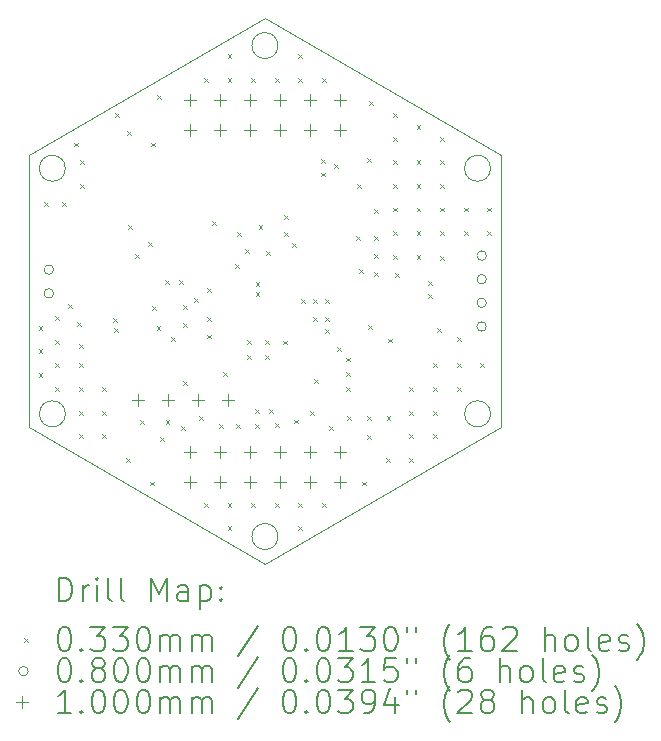
<source format=gbr>
%TF.GenerationSoftware,KiCad,Pcbnew,7.0.5*%
%TF.CreationDate,2024-01-17T11:16:11-05:00*%
%TF.ProjectId,MCU,4d43552e-6b69-4636-9164-5f7063625858,rev?*%
%TF.SameCoordinates,Original*%
%TF.FileFunction,Drillmap*%
%TF.FilePolarity,Positive*%
%FSLAX45Y45*%
G04 Gerber Fmt 4.5, Leading zero omitted, Abs format (unit mm)*
G04 Created by KiCad (PCBNEW 7.0.5) date 2024-01-17 11:16:11*
%MOMM*%
%LPD*%
G01*
G04 APERTURE LIST*
%ADD10C,0.100000*%
%ADD11C,0.200000*%
%ADD12C,0.033020*%
%ADD13C,0.080000*%
G04 APERTURE END LIST*
D10*
X13016000Y-8855761D02*
X13016000Y-11165162D01*
X16926000Y-11049692D02*
G75*
G03*
X16926000Y-11049692I-110000J0D01*
G01*
X13016000Y-11165162D02*
X15016000Y-12319862D01*
X16926000Y-8971231D02*
G75*
G03*
X16926000Y-8971231I-110000J0D01*
G01*
X13326000Y-8971231D02*
G75*
G03*
X13326000Y-8971231I-110000J0D01*
G01*
X15016000Y-7701060D02*
X13016000Y-8855761D01*
X17016000Y-8855761D02*
X15016000Y-7701060D01*
X15126000Y-7932000D02*
G75*
G03*
X15126000Y-7932000I-110000J0D01*
G01*
X15126000Y-12088922D02*
G75*
G03*
X15126000Y-12088922I-110000J0D01*
G01*
X17016000Y-11165162D02*
X17016000Y-8855761D01*
X15016000Y-12319862D02*
X17016000Y-11165162D01*
X13326000Y-11049692D02*
G75*
G03*
X13326000Y-11049692I-110000J0D01*
G01*
D11*
D12*
X13099490Y-10303352D02*
X13132510Y-10336372D01*
X13132510Y-10303352D02*
X13099490Y-10336372D01*
X13099490Y-10503352D02*
X13132510Y-10536372D01*
X13132510Y-10503352D02*
X13099490Y-10536372D01*
X13099490Y-10703352D02*
X13132510Y-10736372D01*
X13132510Y-10703352D02*
X13099490Y-10736372D01*
X13149490Y-9253352D02*
X13182510Y-9286372D01*
X13182510Y-9253352D02*
X13149490Y-9286372D01*
X13239490Y-10223352D02*
X13272510Y-10256372D01*
X13272510Y-10223352D02*
X13239490Y-10256372D01*
X13239490Y-10423352D02*
X13272510Y-10456372D01*
X13272510Y-10423352D02*
X13239490Y-10456372D01*
X13239490Y-10623352D02*
X13272510Y-10656372D01*
X13272510Y-10623352D02*
X13239490Y-10656372D01*
X13239490Y-10823352D02*
X13272510Y-10856372D01*
X13272510Y-10823352D02*
X13239490Y-10856372D01*
X13299490Y-9253352D02*
X13332510Y-9286372D01*
X13332510Y-9253352D02*
X13299490Y-9286372D01*
X13349490Y-10120352D02*
X13382510Y-10153372D01*
X13382510Y-10120352D02*
X13349490Y-10153372D01*
X13399490Y-8753352D02*
X13432510Y-8786372D01*
X13432510Y-8753352D02*
X13399490Y-8786372D01*
X13424490Y-10275352D02*
X13457510Y-10308372D01*
X13457510Y-10275352D02*
X13424490Y-10308372D01*
X13439490Y-10457352D02*
X13472510Y-10490372D01*
X13472510Y-10457352D02*
X13439490Y-10490372D01*
X13439490Y-10623352D02*
X13472510Y-10656372D01*
X13472510Y-10623352D02*
X13439490Y-10656372D01*
X13439490Y-10823352D02*
X13472510Y-10856372D01*
X13472510Y-10823352D02*
X13439490Y-10856372D01*
X13439490Y-11023352D02*
X13472510Y-11056372D01*
X13472510Y-11023352D02*
X13439490Y-11056372D01*
X13439490Y-11223352D02*
X13472510Y-11256372D01*
X13472510Y-11223352D02*
X13439490Y-11256372D01*
X13449490Y-8903352D02*
X13482510Y-8936372D01*
X13482510Y-8903352D02*
X13449490Y-8936372D01*
X13449490Y-9103352D02*
X13482510Y-9136372D01*
X13482510Y-9103352D02*
X13449490Y-9136372D01*
X13639490Y-10823352D02*
X13672510Y-10856372D01*
X13672510Y-10823352D02*
X13639490Y-10856372D01*
X13639490Y-11023352D02*
X13672510Y-11056372D01*
X13672510Y-11023352D02*
X13639490Y-11056372D01*
X13639490Y-11223352D02*
X13672510Y-11256372D01*
X13672510Y-11223352D02*
X13639490Y-11256372D01*
X13729490Y-10241352D02*
X13762510Y-10274372D01*
X13762510Y-10241352D02*
X13729490Y-10274372D01*
X13740490Y-10325352D02*
X13773510Y-10358372D01*
X13773510Y-10325352D02*
X13740490Y-10358372D01*
X13749490Y-8503352D02*
X13782510Y-8536372D01*
X13782510Y-8503352D02*
X13749490Y-8536372D01*
X13839490Y-11423352D02*
X13872510Y-11456372D01*
X13872510Y-11423352D02*
X13839490Y-11456372D01*
X13849490Y-8653352D02*
X13882510Y-8686372D01*
X13882510Y-8653352D02*
X13849490Y-8686372D01*
X13854490Y-9448352D02*
X13887510Y-9481372D01*
X13887510Y-9448352D02*
X13854490Y-9481372D01*
X13915490Y-9693352D02*
X13948510Y-9726372D01*
X13948510Y-9693352D02*
X13915490Y-9726372D01*
X13958490Y-11105352D02*
X13991510Y-11138372D01*
X13991510Y-11105352D02*
X13958490Y-11138372D01*
X14026490Y-9594352D02*
X14059510Y-9627372D01*
X14059510Y-9594352D02*
X14026490Y-9627372D01*
X14039490Y-11623352D02*
X14072510Y-11656372D01*
X14072510Y-11623352D02*
X14039490Y-11656372D01*
X14049490Y-8753352D02*
X14082510Y-8786372D01*
X14082510Y-8753352D02*
X14049490Y-8786372D01*
X14062490Y-10134352D02*
X14095510Y-10167372D01*
X14095510Y-10134352D02*
X14062490Y-10167372D01*
X14098490Y-10308352D02*
X14131510Y-10341372D01*
X14131510Y-10308352D02*
X14098490Y-10341372D01*
X14099490Y-8353352D02*
X14132510Y-8386372D01*
X14132510Y-8353352D02*
X14099490Y-8386372D01*
X14125490Y-11248352D02*
X14158510Y-11281372D01*
X14158510Y-11248352D02*
X14125490Y-11281372D01*
X14168740Y-9920352D02*
X14201760Y-9953372D01*
X14201760Y-9920352D02*
X14168740Y-9953372D01*
X14174490Y-11105352D02*
X14207510Y-11138372D01*
X14207510Y-11105352D02*
X14174490Y-11138372D01*
X14218740Y-10399352D02*
X14251760Y-10432372D01*
X14251760Y-10399352D02*
X14218740Y-10432372D01*
X14288240Y-9920352D02*
X14321260Y-9953372D01*
X14321260Y-9920352D02*
X14288240Y-9953372D01*
X14308490Y-11150352D02*
X14341510Y-11183372D01*
X14341510Y-11150352D02*
X14308490Y-11183372D01*
X14320490Y-10773352D02*
X14353510Y-10806372D01*
X14353510Y-10773352D02*
X14320490Y-10806372D01*
X14324490Y-10128352D02*
X14357510Y-10161372D01*
X14357510Y-10128352D02*
X14324490Y-10161372D01*
X14324490Y-10278352D02*
X14357510Y-10311372D01*
X14357510Y-10278352D02*
X14324490Y-10311372D01*
X14418490Y-10071352D02*
X14451510Y-10104372D01*
X14451510Y-10071352D02*
X14418490Y-10104372D01*
X14461490Y-11071352D02*
X14494510Y-11104372D01*
X14494510Y-11071352D02*
X14461490Y-11104372D01*
X14499490Y-8203352D02*
X14532510Y-8236372D01*
X14532510Y-8203352D02*
X14499490Y-8236372D01*
X14499490Y-11803352D02*
X14532510Y-11836372D01*
X14532510Y-11803352D02*
X14499490Y-11836372D01*
X14524490Y-10228352D02*
X14557510Y-10261372D01*
X14557510Y-10228352D02*
X14524490Y-10261372D01*
X14524490Y-10378352D02*
X14557510Y-10411372D01*
X14557510Y-10378352D02*
X14524490Y-10411372D01*
X14527490Y-9983352D02*
X14560510Y-10016372D01*
X14560510Y-9983352D02*
X14527490Y-10016372D01*
X14567490Y-9416352D02*
X14600510Y-9449372D01*
X14600510Y-9416352D02*
X14567490Y-9449372D01*
X14628490Y-11133352D02*
X14661510Y-11166372D01*
X14661510Y-11133352D02*
X14628490Y-11166372D01*
X14664490Y-10698352D02*
X14697510Y-10731372D01*
X14697510Y-10698352D02*
X14664490Y-10731372D01*
X14699490Y-8003352D02*
X14732510Y-8036372D01*
X14732510Y-8003352D02*
X14699490Y-8036372D01*
X14699490Y-8203352D02*
X14732510Y-8236372D01*
X14732510Y-8203352D02*
X14699490Y-8236372D01*
X14699490Y-11803352D02*
X14732510Y-11836372D01*
X14732510Y-11803352D02*
X14699490Y-11836372D01*
X14699490Y-12003352D02*
X14732510Y-12036372D01*
X14732510Y-12003352D02*
X14699490Y-12036372D01*
X14765740Y-9780352D02*
X14798760Y-9813372D01*
X14798760Y-9780352D02*
X14765740Y-9813372D01*
X14770490Y-11133352D02*
X14803510Y-11166372D01*
X14803510Y-11133352D02*
X14770490Y-11166372D01*
X14782490Y-9509352D02*
X14815510Y-9542372D01*
X14815510Y-9509352D02*
X14782490Y-9542372D01*
X14849490Y-9653352D02*
X14882510Y-9686372D01*
X14882510Y-9653352D02*
X14849490Y-9686372D01*
X14867490Y-10428352D02*
X14900510Y-10461372D01*
X14900510Y-10428352D02*
X14867490Y-10461372D01*
X14867490Y-10553352D02*
X14900510Y-10586372D01*
X14900510Y-10553352D02*
X14867490Y-10586372D01*
X14899490Y-8203352D02*
X14932510Y-8236372D01*
X14932510Y-8203352D02*
X14899490Y-8236372D01*
X14899490Y-11803352D02*
X14932510Y-11836372D01*
X14932510Y-11803352D02*
X14899490Y-11836372D01*
X14934490Y-11010352D02*
X14967510Y-11043372D01*
X14967510Y-11010352D02*
X14934490Y-11043372D01*
X14935490Y-11137352D02*
X14968510Y-11170372D01*
X14968510Y-11137352D02*
X14935490Y-11170372D01*
X14936490Y-9931352D02*
X14969510Y-9964372D01*
X14969510Y-9931352D02*
X14936490Y-9964372D01*
X14936490Y-10019352D02*
X14969510Y-10052372D01*
X14969510Y-10019352D02*
X14936490Y-10052372D01*
X14961490Y-9449352D02*
X14994510Y-9482372D01*
X14994510Y-9449352D02*
X14961490Y-9482372D01*
X15016490Y-10428352D02*
X15049510Y-10461372D01*
X15049510Y-10428352D02*
X15016490Y-10461372D01*
X15016490Y-10553352D02*
X15049510Y-10586372D01*
X15049510Y-10553352D02*
X15016490Y-10586372D01*
X15028490Y-9669352D02*
X15061510Y-9702372D01*
X15061510Y-9669352D02*
X15028490Y-9702372D01*
X15049490Y-11012352D02*
X15082510Y-11045372D01*
X15082510Y-11012352D02*
X15049490Y-11045372D01*
X15099490Y-8203352D02*
X15132510Y-8236372D01*
X15132510Y-8203352D02*
X15099490Y-8236372D01*
X15099490Y-11129352D02*
X15132510Y-11162372D01*
X15132510Y-11129352D02*
X15099490Y-11162372D01*
X15099490Y-11803352D02*
X15132510Y-11836372D01*
X15132510Y-11803352D02*
X15099490Y-11836372D01*
X15168490Y-10429352D02*
X15201510Y-10462372D01*
X15201510Y-10429352D02*
X15168490Y-10462372D01*
X15179490Y-9367352D02*
X15212510Y-9400372D01*
X15212510Y-9367352D02*
X15179490Y-9400372D01*
X15179490Y-9513352D02*
X15212510Y-9546372D01*
X15212510Y-9513352D02*
X15179490Y-9546372D01*
X15246490Y-9604352D02*
X15279510Y-9637372D01*
X15279510Y-9604352D02*
X15246490Y-9637372D01*
X15264490Y-11098352D02*
X15297510Y-11131372D01*
X15297510Y-11098352D02*
X15264490Y-11131372D01*
X15298920Y-8003352D02*
X15331940Y-8036372D01*
X15331940Y-8003352D02*
X15298920Y-8036372D01*
X15299490Y-8203352D02*
X15332510Y-8236372D01*
X15332510Y-8203352D02*
X15299490Y-8236372D01*
X15299490Y-11803352D02*
X15332510Y-11836372D01*
X15332510Y-11803352D02*
X15299490Y-11836372D01*
X15299490Y-12003352D02*
X15332510Y-12036372D01*
X15332510Y-12003352D02*
X15299490Y-12036372D01*
X15324490Y-10078352D02*
X15357510Y-10111372D01*
X15357510Y-10078352D02*
X15324490Y-10111372D01*
X15400490Y-11023352D02*
X15433510Y-11056372D01*
X15433510Y-11023352D02*
X15400490Y-11056372D01*
X15424490Y-10078352D02*
X15457510Y-10111372D01*
X15457510Y-10078352D02*
X15424490Y-10111372D01*
X15424490Y-10228352D02*
X15457510Y-10261372D01*
X15457510Y-10228352D02*
X15424490Y-10261372D01*
X15429490Y-10753352D02*
X15462510Y-10786372D01*
X15462510Y-10753352D02*
X15429490Y-10786372D01*
X15491490Y-8893352D02*
X15524510Y-8926372D01*
X15524510Y-8893352D02*
X15491490Y-8926372D01*
X15492490Y-9007102D02*
X15525510Y-9040122D01*
X15525510Y-9007102D02*
X15492490Y-9040122D01*
X15499490Y-8203352D02*
X15532510Y-8236372D01*
X15532510Y-8203352D02*
X15499490Y-8236372D01*
X15499490Y-11803352D02*
X15532510Y-11836372D01*
X15532510Y-11803352D02*
X15499490Y-11836372D01*
X15524490Y-10078352D02*
X15557510Y-10111372D01*
X15557510Y-10078352D02*
X15524490Y-10111372D01*
X15524490Y-10228352D02*
X15557510Y-10261372D01*
X15557510Y-10228352D02*
X15524490Y-10261372D01*
X15524490Y-10328352D02*
X15557510Y-10361372D01*
X15557510Y-10328352D02*
X15524490Y-10361372D01*
X15556490Y-11154352D02*
X15589510Y-11187372D01*
X15589510Y-11154352D02*
X15556490Y-11187372D01*
X15599490Y-8937352D02*
X15632510Y-8970372D01*
X15632510Y-8937352D02*
X15599490Y-8970372D01*
X15625490Y-10487352D02*
X15658510Y-10520372D01*
X15658510Y-10487352D02*
X15625490Y-10520372D01*
X15699490Y-10573352D02*
X15732510Y-10606372D01*
X15732510Y-10573352D02*
X15699490Y-10606372D01*
X15699490Y-10698352D02*
X15732510Y-10731372D01*
X15732510Y-10698352D02*
X15699490Y-10731372D01*
X15699490Y-10823352D02*
X15732510Y-10856372D01*
X15732510Y-10823352D02*
X15699490Y-10856372D01*
X15711490Y-11070352D02*
X15744510Y-11103372D01*
X15744510Y-11070352D02*
X15711490Y-11103372D01*
X15789490Y-9548352D02*
X15822510Y-9581372D01*
X15822510Y-9548352D02*
X15789490Y-9581372D01*
X15799490Y-9103352D02*
X15832510Y-9136372D01*
X15832510Y-9103352D02*
X15799490Y-9136372D01*
X15814490Y-9823352D02*
X15847510Y-9856372D01*
X15847510Y-9823352D02*
X15814490Y-9856372D01*
X15839490Y-11623352D02*
X15872510Y-11656372D01*
X15872510Y-11623352D02*
X15839490Y-11656372D01*
X15881490Y-8886352D02*
X15914510Y-8919372D01*
X15914510Y-8886352D02*
X15881490Y-8919372D01*
X15882490Y-11069352D02*
X15915510Y-11102372D01*
X15915510Y-11069352D02*
X15882490Y-11102372D01*
X15882490Y-11232352D02*
X15915510Y-11265372D01*
X15915510Y-11232352D02*
X15882490Y-11265372D01*
X15887490Y-10297352D02*
X15920510Y-10330372D01*
X15920510Y-10297352D02*
X15887490Y-10330372D01*
X15899490Y-8403352D02*
X15932510Y-8436372D01*
X15932510Y-8403352D02*
X15899490Y-8436372D01*
X15939490Y-9548352D02*
X15972510Y-9581372D01*
X15972510Y-9548352D02*
X15939490Y-9581372D01*
X15939490Y-9698352D02*
X15972510Y-9731372D01*
X15972510Y-9698352D02*
X15939490Y-9731372D01*
X15939490Y-9848352D02*
X15972510Y-9881372D01*
X15972510Y-9848352D02*
X15939490Y-9881372D01*
X15943490Y-9314352D02*
X15976510Y-9347372D01*
X15976510Y-9314352D02*
X15943490Y-9347372D01*
X16039490Y-11423352D02*
X16072510Y-11456372D01*
X16072510Y-11423352D02*
X16039490Y-11456372D01*
X16045490Y-11069352D02*
X16078510Y-11102372D01*
X16078510Y-11069352D02*
X16045490Y-11102372D01*
X16056490Y-10412352D02*
X16089510Y-10445372D01*
X16089510Y-10412352D02*
X16056490Y-10445372D01*
X16099490Y-8503352D02*
X16132510Y-8536372D01*
X16132510Y-8503352D02*
X16099490Y-8536372D01*
X16099490Y-8703352D02*
X16132510Y-8736372D01*
X16132510Y-8703352D02*
X16099490Y-8736372D01*
X16099490Y-8903352D02*
X16132510Y-8936372D01*
X16132510Y-8903352D02*
X16099490Y-8936372D01*
X16099490Y-9103352D02*
X16132510Y-9136372D01*
X16132510Y-9103352D02*
X16099490Y-9136372D01*
X16099490Y-9303352D02*
X16132510Y-9336372D01*
X16132510Y-9303352D02*
X16099490Y-9336372D01*
X16099490Y-9503352D02*
X16132510Y-9536372D01*
X16132510Y-9503352D02*
X16099490Y-9536372D01*
X16099490Y-9703352D02*
X16132510Y-9736372D01*
X16132510Y-9703352D02*
X16099490Y-9736372D01*
X16116490Y-9856352D02*
X16149510Y-9889372D01*
X16149510Y-9856352D02*
X16116490Y-9889372D01*
X16239490Y-10823352D02*
X16272510Y-10856372D01*
X16272510Y-10823352D02*
X16239490Y-10856372D01*
X16239490Y-11023352D02*
X16272510Y-11056372D01*
X16272510Y-11023352D02*
X16239490Y-11056372D01*
X16239490Y-11223352D02*
X16272510Y-11256372D01*
X16272510Y-11223352D02*
X16239490Y-11256372D01*
X16239490Y-11423352D02*
X16272510Y-11456372D01*
X16272510Y-11423352D02*
X16239490Y-11456372D01*
X16299490Y-8603352D02*
X16332510Y-8636372D01*
X16332510Y-8603352D02*
X16299490Y-8636372D01*
X16299490Y-8903352D02*
X16332510Y-8936372D01*
X16332510Y-8903352D02*
X16299490Y-8936372D01*
X16299490Y-9103352D02*
X16332510Y-9136372D01*
X16332510Y-9103352D02*
X16299490Y-9136372D01*
X16299490Y-9303352D02*
X16332510Y-9336372D01*
X16332510Y-9303352D02*
X16299490Y-9336372D01*
X16299490Y-9503352D02*
X16332510Y-9536372D01*
X16332510Y-9503352D02*
X16299490Y-9536372D01*
X16299490Y-9703352D02*
X16332510Y-9736372D01*
X16332510Y-9703352D02*
X16299490Y-9736372D01*
X16399490Y-9927352D02*
X16432510Y-9960372D01*
X16432510Y-9927352D02*
X16399490Y-9960372D01*
X16399490Y-10034352D02*
X16432510Y-10067372D01*
X16432510Y-10034352D02*
X16399490Y-10067372D01*
X16439490Y-10623352D02*
X16472510Y-10656372D01*
X16472510Y-10623352D02*
X16439490Y-10656372D01*
X16439490Y-10823352D02*
X16472510Y-10856372D01*
X16472510Y-10823352D02*
X16439490Y-10856372D01*
X16439490Y-11023352D02*
X16472510Y-11056372D01*
X16472510Y-11023352D02*
X16439490Y-11056372D01*
X16439490Y-11223352D02*
X16472510Y-11256372D01*
X16472510Y-11223352D02*
X16439490Y-11256372D01*
X16473490Y-10326352D02*
X16506510Y-10359372D01*
X16506510Y-10326352D02*
X16473490Y-10359372D01*
X16499490Y-8703352D02*
X16532510Y-8736372D01*
X16532510Y-8703352D02*
X16499490Y-8736372D01*
X16499490Y-8903352D02*
X16532510Y-8936372D01*
X16532510Y-8903352D02*
X16499490Y-8936372D01*
X16499490Y-9103352D02*
X16532510Y-9136372D01*
X16532510Y-9103352D02*
X16499490Y-9136372D01*
X16499490Y-9303352D02*
X16532510Y-9336372D01*
X16532510Y-9303352D02*
X16499490Y-9336372D01*
X16499490Y-9503352D02*
X16532510Y-9536372D01*
X16532510Y-9503352D02*
X16499490Y-9536372D01*
X16499740Y-9713102D02*
X16532760Y-9746122D01*
X16532760Y-9713102D02*
X16499740Y-9746122D01*
X16639490Y-10403352D02*
X16672510Y-10436372D01*
X16672510Y-10403352D02*
X16639490Y-10436372D01*
X16639490Y-10623352D02*
X16672510Y-10656372D01*
X16672510Y-10623352D02*
X16639490Y-10656372D01*
X16639490Y-10823352D02*
X16672510Y-10856372D01*
X16672510Y-10823352D02*
X16639490Y-10856372D01*
X16699490Y-9303352D02*
X16732510Y-9336372D01*
X16732510Y-9303352D02*
X16699490Y-9336372D01*
X16699490Y-9503352D02*
X16732510Y-9536372D01*
X16732510Y-9503352D02*
X16699490Y-9536372D01*
X16839490Y-10623352D02*
X16872510Y-10656372D01*
X16872510Y-10623352D02*
X16839490Y-10656372D01*
X16899490Y-9303352D02*
X16932510Y-9336372D01*
X16932510Y-9303352D02*
X16899490Y-9336372D01*
X16899490Y-9503352D02*
X16932510Y-9536372D01*
X16932510Y-9503352D02*
X16899490Y-9536372D01*
D13*
X13226000Y-9829862D02*
G75*
G03*
X13226000Y-9829862I-40000J0D01*
G01*
X13226000Y-10029862D02*
G75*
G03*
X13226000Y-10029862I-40000J0D01*
G01*
X16891000Y-9710461D02*
G75*
G03*
X16891000Y-9710461I-40000J0D01*
G01*
X16891000Y-9910461D02*
G75*
G03*
X16891000Y-9910461I-40000J0D01*
G01*
X16891000Y-10110461D02*
G75*
G03*
X16891000Y-10110461I-40000J0D01*
G01*
X16891000Y-10310461D02*
G75*
G03*
X16891000Y-10310461I-40000J0D01*
G01*
D10*
X13944000Y-10885862D02*
X13944000Y-10985862D01*
X13894000Y-10935862D02*
X13994000Y-10935862D01*
X14198000Y-10885862D02*
X14198000Y-10985862D01*
X14148000Y-10935862D02*
X14248000Y-10935862D01*
X14381000Y-8342560D02*
X14381000Y-8442560D01*
X14331000Y-8392560D02*
X14431000Y-8392560D01*
X14381000Y-8596560D02*
X14381000Y-8696560D01*
X14331000Y-8646560D02*
X14431000Y-8646560D01*
X14381000Y-11324362D02*
X14381000Y-11424362D01*
X14331000Y-11374362D02*
X14431000Y-11374362D01*
X14381000Y-11578362D02*
X14381000Y-11678362D01*
X14331000Y-11628362D02*
X14431000Y-11628362D01*
X14452000Y-10885862D02*
X14452000Y-10985862D01*
X14402000Y-10935862D02*
X14502000Y-10935862D01*
X14635000Y-8342560D02*
X14635000Y-8442560D01*
X14585000Y-8392560D02*
X14685000Y-8392560D01*
X14635000Y-8596560D02*
X14635000Y-8696560D01*
X14585000Y-8646560D02*
X14685000Y-8646560D01*
X14635000Y-11324362D02*
X14635000Y-11424362D01*
X14585000Y-11374362D02*
X14685000Y-11374362D01*
X14635000Y-11578362D02*
X14635000Y-11678362D01*
X14585000Y-11628362D02*
X14685000Y-11628362D01*
X14706000Y-10885862D02*
X14706000Y-10985862D01*
X14656000Y-10935862D02*
X14756000Y-10935862D01*
X14889000Y-8342560D02*
X14889000Y-8442560D01*
X14839000Y-8392560D02*
X14939000Y-8392560D01*
X14889000Y-8596560D02*
X14889000Y-8696560D01*
X14839000Y-8646560D02*
X14939000Y-8646560D01*
X14889000Y-11324362D02*
X14889000Y-11424362D01*
X14839000Y-11374362D02*
X14939000Y-11374362D01*
X14889000Y-11578362D02*
X14889000Y-11678362D01*
X14839000Y-11628362D02*
X14939000Y-11628362D01*
X15143000Y-8342560D02*
X15143000Y-8442560D01*
X15093000Y-8392560D02*
X15193000Y-8392560D01*
X15143000Y-8596560D02*
X15143000Y-8696560D01*
X15093000Y-8646560D02*
X15193000Y-8646560D01*
X15143000Y-11324362D02*
X15143000Y-11424362D01*
X15093000Y-11374362D02*
X15193000Y-11374362D01*
X15143000Y-11578362D02*
X15143000Y-11678362D01*
X15093000Y-11628362D02*
X15193000Y-11628362D01*
X15397000Y-8342560D02*
X15397000Y-8442560D01*
X15347000Y-8392560D02*
X15447000Y-8392560D01*
X15397000Y-8596560D02*
X15397000Y-8696560D01*
X15347000Y-8646560D02*
X15447000Y-8646560D01*
X15397000Y-11324362D02*
X15397000Y-11424362D01*
X15347000Y-11374362D02*
X15447000Y-11374362D01*
X15397000Y-11578362D02*
X15397000Y-11678362D01*
X15347000Y-11628362D02*
X15447000Y-11628362D01*
X15651000Y-8342560D02*
X15651000Y-8442560D01*
X15601000Y-8392560D02*
X15701000Y-8392560D01*
X15651000Y-8596560D02*
X15651000Y-8696560D01*
X15601000Y-8646560D02*
X15701000Y-8646560D01*
X15651000Y-11324362D02*
X15651000Y-11424362D01*
X15601000Y-11374362D02*
X15701000Y-11374362D01*
X15651000Y-11578362D02*
X15651000Y-11678362D01*
X15601000Y-11628362D02*
X15701000Y-11628362D01*
D11*
X13271777Y-12636346D02*
X13271777Y-12436346D01*
X13271777Y-12436346D02*
X13319396Y-12436346D01*
X13319396Y-12436346D02*
X13347967Y-12445870D01*
X13347967Y-12445870D02*
X13367015Y-12464917D01*
X13367015Y-12464917D02*
X13376539Y-12483965D01*
X13376539Y-12483965D02*
X13386062Y-12522060D01*
X13386062Y-12522060D02*
X13386062Y-12550632D01*
X13386062Y-12550632D02*
X13376539Y-12588727D01*
X13376539Y-12588727D02*
X13367015Y-12607774D01*
X13367015Y-12607774D02*
X13347967Y-12626822D01*
X13347967Y-12626822D02*
X13319396Y-12636346D01*
X13319396Y-12636346D02*
X13271777Y-12636346D01*
X13471777Y-12636346D02*
X13471777Y-12503012D01*
X13471777Y-12541108D02*
X13481301Y-12522060D01*
X13481301Y-12522060D02*
X13490824Y-12512536D01*
X13490824Y-12512536D02*
X13509872Y-12503012D01*
X13509872Y-12503012D02*
X13528920Y-12503012D01*
X13595586Y-12636346D02*
X13595586Y-12503012D01*
X13595586Y-12436346D02*
X13586062Y-12445870D01*
X13586062Y-12445870D02*
X13595586Y-12455393D01*
X13595586Y-12455393D02*
X13605110Y-12445870D01*
X13605110Y-12445870D02*
X13595586Y-12436346D01*
X13595586Y-12436346D02*
X13595586Y-12455393D01*
X13719396Y-12636346D02*
X13700348Y-12626822D01*
X13700348Y-12626822D02*
X13690824Y-12607774D01*
X13690824Y-12607774D02*
X13690824Y-12436346D01*
X13824158Y-12636346D02*
X13805110Y-12626822D01*
X13805110Y-12626822D02*
X13795586Y-12607774D01*
X13795586Y-12607774D02*
X13795586Y-12436346D01*
X14052729Y-12636346D02*
X14052729Y-12436346D01*
X14052729Y-12436346D02*
X14119396Y-12579203D01*
X14119396Y-12579203D02*
X14186062Y-12436346D01*
X14186062Y-12436346D02*
X14186062Y-12636346D01*
X14367015Y-12636346D02*
X14367015Y-12531584D01*
X14367015Y-12531584D02*
X14357491Y-12512536D01*
X14357491Y-12512536D02*
X14338443Y-12503012D01*
X14338443Y-12503012D02*
X14300348Y-12503012D01*
X14300348Y-12503012D02*
X14281301Y-12512536D01*
X14367015Y-12626822D02*
X14347967Y-12636346D01*
X14347967Y-12636346D02*
X14300348Y-12636346D01*
X14300348Y-12636346D02*
X14281301Y-12626822D01*
X14281301Y-12626822D02*
X14271777Y-12607774D01*
X14271777Y-12607774D02*
X14271777Y-12588727D01*
X14271777Y-12588727D02*
X14281301Y-12569679D01*
X14281301Y-12569679D02*
X14300348Y-12560155D01*
X14300348Y-12560155D02*
X14347967Y-12560155D01*
X14347967Y-12560155D02*
X14367015Y-12550632D01*
X14462253Y-12503012D02*
X14462253Y-12703012D01*
X14462253Y-12512536D02*
X14481301Y-12503012D01*
X14481301Y-12503012D02*
X14519396Y-12503012D01*
X14519396Y-12503012D02*
X14538443Y-12512536D01*
X14538443Y-12512536D02*
X14547967Y-12522060D01*
X14547967Y-12522060D02*
X14557491Y-12541108D01*
X14557491Y-12541108D02*
X14557491Y-12598251D01*
X14557491Y-12598251D02*
X14547967Y-12617298D01*
X14547967Y-12617298D02*
X14538443Y-12626822D01*
X14538443Y-12626822D02*
X14519396Y-12636346D01*
X14519396Y-12636346D02*
X14481301Y-12636346D01*
X14481301Y-12636346D02*
X14462253Y-12626822D01*
X14643205Y-12617298D02*
X14652729Y-12626822D01*
X14652729Y-12626822D02*
X14643205Y-12636346D01*
X14643205Y-12636346D02*
X14633682Y-12626822D01*
X14633682Y-12626822D02*
X14643205Y-12617298D01*
X14643205Y-12617298D02*
X14643205Y-12636346D01*
X14643205Y-12512536D02*
X14652729Y-12522060D01*
X14652729Y-12522060D02*
X14643205Y-12531584D01*
X14643205Y-12531584D02*
X14633682Y-12522060D01*
X14633682Y-12522060D02*
X14643205Y-12512536D01*
X14643205Y-12512536D02*
X14643205Y-12531584D01*
D12*
X12977980Y-12948352D02*
X13011000Y-12981372D01*
X13011000Y-12948352D02*
X12977980Y-12981372D01*
D11*
X13309872Y-12856346D02*
X13328920Y-12856346D01*
X13328920Y-12856346D02*
X13347967Y-12865870D01*
X13347967Y-12865870D02*
X13357491Y-12875393D01*
X13357491Y-12875393D02*
X13367015Y-12894441D01*
X13367015Y-12894441D02*
X13376539Y-12932536D01*
X13376539Y-12932536D02*
X13376539Y-12980155D01*
X13376539Y-12980155D02*
X13367015Y-13018251D01*
X13367015Y-13018251D02*
X13357491Y-13037298D01*
X13357491Y-13037298D02*
X13347967Y-13046822D01*
X13347967Y-13046822D02*
X13328920Y-13056346D01*
X13328920Y-13056346D02*
X13309872Y-13056346D01*
X13309872Y-13056346D02*
X13290824Y-13046822D01*
X13290824Y-13046822D02*
X13281301Y-13037298D01*
X13281301Y-13037298D02*
X13271777Y-13018251D01*
X13271777Y-13018251D02*
X13262253Y-12980155D01*
X13262253Y-12980155D02*
X13262253Y-12932536D01*
X13262253Y-12932536D02*
X13271777Y-12894441D01*
X13271777Y-12894441D02*
X13281301Y-12875393D01*
X13281301Y-12875393D02*
X13290824Y-12865870D01*
X13290824Y-12865870D02*
X13309872Y-12856346D01*
X13462253Y-13037298D02*
X13471777Y-13046822D01*
X13471777Y-13046822D02*
X13462253Y-13056346D01*
X13462253Y-13056346D02*
X13452729Y-13046822D01*
X13452729Y-13046822D02*
X13462253Y-13037298D01*
X13462253Y-13037298D02*
X13462253Y-13056346D01*
X13538443Y-12856346D02*
X13662253Y-12856346D01*
X13662253Y-12856346D02*
X13595586Y-12932536D01*
X13595586Y-12932536D02*
X13624158Y-12932536D01*
X13624158Y-12932536D02*
X13643205Y-12942060D01*
X13643205Y-12942060D02*
X13652729Y-12951584D01*
X13652729Y-12951584D02*
X13662253Y-12970632D01*
X13662253Y-12970632D02*
X13662253Y-13018251D01*
X13662253Y-13018251D02*
X13652729Y-13037298D01*
X13652729Y-13037298D02*
X13643205Y-13046822D01*
X13643205Y-13046822D02*
X13624158Y-13056346D01*
X13624158Y-13056346D02*
X13567015Y-13056346D01*
X13567015Y-13056346D02*
X13547967Y-13046822D01*
X13547967Y-13046822D02*
X13538443Y-13037298D01*
X13728920Y-12856346D02*
X13852729Y-12856346D01*
X13852729Y-12856346D02*
X13786062Y-12932536D01*
X13786062Y-12932536D02*
X13814634Y-12932536D01*
X13814634Y-12932536D02*
X13833682Y-12942060D01*
X13833682Y-12942060D02*
X13843205Y-12951584D01*
X13843205Y-12951584D02*
X13852729Y-12970632D01*
X13852729Y-12970632D02*
X13852729Y-13018251D01*
X13852729Y-13018251D02*
X13843205Y-13037298D01*
X13843205Y-13037298D02*
X13833682Y-13046822D01*
X13833682Y-13046822D02*
X13814634Y-13056346D01*
X13814634Y-13056346D02*
X13757491Y-13056346D01*
X13757491Y-13056346D02*
X13738443Y-13046822D01*
X13738443Y-13046822D02*
X13728920Y-13037298D01*
X13976539Y-12856346D02*
X13995586Y-12856346D01*
X13995586Y-12856346D02*
X14014634Y-12865870D01*
X14014634Y-12865870D02*
X14024158Y-12875393D01*
X14024158Y-12875393D02*
X14033682Y-12894441D01*
X14033682Y-12894441D02*
X14043205Y-12932536D01*
X14043205Y-12932536D02*
X14043205Y-12980155D01*
X14043205Y-12980155D02*
X14033682Y-13018251D01*
X14033682Y-13018251D02*
X14024158Y-13037298D01*
X14024158Y-13037298D02*
X14014634Y-13046822D01*
X14014634Y-13046822D02*
X13995586Y-13056346D01*
X13995586Y-13056346D02*
X13976539Y-13056346D01*
X13976539Y-13056346D02*
X13957491Y-13046822D01*
X13957491Y-13046822D02*
X13947967Y-13037298D01*
X13947967Y-13037298D02*
X13938443Y-13018251D01*
X13938443Y-13018251D02*
X13928920Y-12980155D01*
X13928920Y-12980155D02*
X13928920Y-12932536D01*
X13928920Y-12932536D02*
X13938443Y-12894441D01*
X13938443Y-12894441D02*
X13947967Y-12875393D01*
X13947967Y-12875393D02*
X13957491Y-12865870D01*
X13957491Y-12865870D02*
X13976539Y-12856346D01*
X14128920Y-13056346D02*
X14128920Y-12923012D01*
X14128920Y-12942060D02*
X14138443Y-12932536D01*
X14138443Y-12932536D02*
X14157491Y-12923012D01*
X14157491Y-12923012D02*
X14186063Y-12923012D01*
X14186063Y-12923012D02*
X14205110Y-12932536D01*
X14205110Y-12932536D02*
X14214634Y-12951584D01*
X14214634Y-12951584D02*
X14214634Y-13056346D01*
X14214634Y-12951584D02*
X14224158Y-12932536D01*
X14224158Y-12932536D02*
X14243205Y-12923012D01*
X14243205Y-12923012D02*
X14271777Y-12923012D01*
X14271777Y-12923012D02*
X14290824Y-12932536D01*
X14290824Y-12932536D02*
X14300348Y-12951584D01*
X14300348Y-12951584D02*
X14300348Y-13056346D01*
X14395586Y-13056346D02*
X14395586Y-12923012D01*
X14395586Y-12942060D02*
X14405110Y-12932536D01*
X14405110Y-12932536D02*
X14424158Y-12923012D01*
X14424158Y-12923012D02*
X14452729Y-12923012D01*
X14452729Y-12923012D02*
X14471777Y-12932536D01*
X14471777Y-12932536D02*
X14481301Y-12951584D01*
X14481301Y-12951584D02*
X14481301Y-13056346D01*
X14481301Y-12951584D02*
X14490824Y-12932536D01*
X14490824Y-12932536D02*
X14509872Y-12923012D01*
X14509872Y-12923012D02*
X14538443Y-12923012D01*
X14538443Y-12923012D02*
X14557491Y-12932536D01*
X14557491Y-12932536D02*
X14567015Y-12951584D01*
X14567015Y-12951584D02*
X14567015Y-13056346D01*
X14957491Y-12846822D02*
X14786063Y-13103965D01*
X15214634Y-12856346D02*
X15233682Y-12856346D01*
X15233682Y-12856346D02*
X15252729Y-12865870D01*
X15252729Y-12865870D02*
X15262253Y-12875393D01*
X15262253Y-12875393D02*
X15271777Y-12894441D01*
X15271777Y-12894441D02*
X15281301Y-12932536D01*
X15281301Y-12932536D02*
X15281301Y-12980155D01*
X15281301Y-12980155D02*
X15271777Y-13018251D01*
X15271777Y-13018251D02*
X15262253Y-13037298D01*
X15262253Y-13037298D02*
X15252729Y-13046822D01*
X15252729Y-13046822D02*
X15233682Y-13056346D01*
X15233682Y-13056346D02*
X15214634Y-13056346D01*
X15214634Y-13056346D02*
X15195586Y-13046822D01*
X15195586Y-13046822D02*
X15186063Y-13037298D01*
X15186063Y-13037298D02*
X15176539Y-13018251D01*
X15176539Y-13018251D02*
X15167015Y-12980155D01*
X15167015Y-12980155D02*
X15167015Y-12932536D01*
X15167015Y-12932536D02*
X15176539Y-12894441D01*
X15176539Y-12894441D02*
X15186063Y-12875393D01*
X15186063Y-12875393D02*
X15195586Y-12865870D01*
X15195586Y-12865870D02*
X15214634Y-12856346D01*
X15367015Y-13037298D02*
X15376539Y-13046822D01*
X15376539Y-13046822D02*
X15367015Y-13056346D01*
X15367015Y-13056346D02*
X15357491Y-13046822D01*
X15357491Y-13046822D02*
X15367015Y-13037298D01*
X15367015Y-13037298D02*
X15367015Y-13056346D01*
X15500348Y-12856346D02*
X15519396Y-12856346D01*
X15519396Y-12856346D02*
X15538444Y-12865870D01*
X15538444Y-12865870D02*
X15547967Y-12875393D01*
X15547967Y-12875393D02*
X15557491Y-12894441D01*
X15557491Y-12894441D02*
X15567015Y-12932536D01*
X15567015Y-12932536D02*
X15567015Y-12980155D01*
X15567015Y-12980155D02*
X15557491Y-13018251D01*
X15557491Y-13018251D02*
X15547967Y-13037298D01*
X15547967Y-13037298D02*
X15538444Y-13046822D01*
X15538444Y-13046822D02*
X15519396Y-13056346D01*
X15519396Y-13056346D02*
X15500348Y-13056346D01*
X15500348Y-13056346D02*
X15481301Y-13046822D01*
X15481301Y-13046822D02*
X15471777Y-13037298D01*
X15471777Y-13037298D02*
X15462253Y-13018251D01*
X15462253Y-13018251D02*
X15452729Y-12980155D01*
X15452729Y-12980155D02*
X15452729Y-12932536D01*
X15452729Y-12932536D02*
X15462253Y-12894441D01*
X15462253Y-12894441D02*
X15471777Y-12875393D01*
X15471777Y-12875393D02*
X15481301Y-12865870D01*
X15481301Y-12865870D02*
X15500348Y-12856346D01*
X15757491Y-13056346D02*
X15643206Y-13056346D01*
X15700348Y-13056346D02*
X15700348Y-12856346D01*
X15700348Y-12856346D02*
X15681301Y-12884917D01*
X15681301Y-12884917D02*
X15662253Y-12903965D01*
X15662253Y-12903965D02*
X15643206Y-12913489D01*
X15824158Y-12856346D02*
X15947967Y-12856346D01*
X15947967Y-12856346D02*
X15881301Y-12932536D01*
X15881301Y-12932536D02*
X15909872Y-12932536D01*
X15909872Y-12932536D02*
X15928920Y-12942060D01*
X15928920Y-12942060D02*
X15938444Y-12951584D01*
X15938444Y-12951584D02*
X15947967Y-12970632D01*
X15947967Y-12970632D02*
X15947967Y-13018251D01*
X15947967Y-13018251D02*
X15938444Y-13037298D01*
X15938444Y-13037298D02*
X15928920Y-13046822D01*
X15928920Y-13046822D02*
X15909872Y-13056346D01*
X15909872Y-13056346D02*
X15852729Y-13056346D01*
X15852729Y-13056346D02*
X15833682Y-13046822D01*
X15833682Y-13046822D02*
X15824158Y-13037298D01*
X16071777Y-12856346D02*
X16090825Y-12856346D01*
X16090825Y-12856346D02*
X16109872Y-12865870D01*
X16109872Y-12865870D02*
X16119396Y-12875393D01*
X16119396Y-12875393D02*
X16128920Y-12894441D01*
X16128920Y-12894441D02*
X16138444Y-12932536D01*
X16138444Y-12932536D02*
X16138444Y-12980155D01*
X16138444Y-12980155D02*
X16128920Y-13018251D01*
X16128920Y-13018251D02*
X16119396Y-13037298D01*
X16119396Y-13037298D02*
X16109872Y-13046822D01*
X16109872Y-13046822D02*
X16090825Y-13056346D01*
X16090825Y-13056346D02*
X16071777Y-13056346D01*
X16071777Y-13056346D02*
X16052729Y-13046822D01*
X16052729Y-13046822D02*
X16043206Y-13037298D01*
X16043206Y-13037298D02*
X16033682Y-13018251D01*
X16033682Y-13018251D02*
X16024158Y-12980155D01*
X16024158Y-12980155D02*
X16024158Y-12932536D01*
X16024158Y-12932536D02*
X16033682Y-12894441D01*
X16033682Y-12894441D02*
X16043206Y-12875393D01*
X16043206Y-12875393D02*
X16052729Y-12865870D01*
X16052729Y-12865870D02*
X16071777Y-12856346D01*
X16214634Y-12856346D02*
X16214634Y-12894441D01*
X16290825Y-12856346D02*
X16290825Y-12894441D01*
X16586063Y-13132536D02*
X16576539Y-13123012D01*
X16576539Y-13123012D02*
X16557491Y-13094441D01*
X16557491Y-13094441D02*
X16547968Y-13075393D01*
X16547968Y-13075393D02*
X16538444Y-13046822D01*
X16538444Y-13046822D02*
X16528920Y-12999203D01*
X16528920Y-12999203D02*
X16528920Y-12961108D01*
X16528920Y-12961108D02*
X16538444Y-12913489D01*
X16538444Y-12913489D02*
X16547968Y-12884917D01*
X16547968Y-12884917D02*
X16557491Y-12865870D01*
X16557491Y-12865870D02*
X16576539Y-12837298D01*
X16576539Y-12837298D02*
X16586063Y-12827774D01*
X16767015Y-13056346D02*
X16652729Y-13056346D01*
X16709872Y-13056346D02*
X16709872Y-12856346D01*
X16709872Y-12856346D02*
X16690825Y-12884917D01*
X16690825Y-12884917D02*
X16671777Y-12903965D01*
X16671777Y-12903965D02*
X16652729Y-12913489D01*
X16938444Y-12856346D02*
X16900349Y-12856346D01*
X16900349Y-12856346D02*
X16881301Y-12865870D01*
X16881301Y-12865870D02*
X16871777Y-12875393D01*
X16871777Y-12875393D02*
X16852730Y-12903965D01*
X16852730Y-12903965D02*
X16843206Y-12942060D01*
X16843206Y-12942060D02*
X16843206Y-13018251D01*
X16843206Y-13018251D02*
X16852730Y-13037298D01*
X16852730Y-13037298D02*
X16862253Y-13046822D01*
X16862253Y-13046822D02*
X16881301Y-13056346D01*
X16881301Y-13056346D02*
X16919396Y-13056346D01*
X16919396Y-13056346D02*
X16938444Y-13046822D01*
X16938444Y-13046822D02*
X16947968Y-13037298D01*
X16947968Y-13037298D02*
X16957491Y-13018251D01*
X16957491Y-13018251D02*
X16957491Y-12970632D01*
X16957491Y-12970632D02*
X16947968Y-12951584D01*
X16947968Y-12951584D02*
X16938444Y-12942060D01*
X16938444Y-12942060D02*
X16919396Y-12932536D01*
X16919396Y-12932536D02*
X16881301Y-12932536D01*
X16881301Y-12932536D02*
X16862253Y-12942060D01*
X16862253Y-12942060D02*
X16852730Y-12951584D01*
X16852730Y-12951584D02*
X16843206Y-12970632D01*
X17033682Y-12875393D02*
X17043206Y-12865870D01*
X17043206Y-12865870D02*
X17062253Y-12856346D01*
X17062253Y-12856346D02*
X17109872Y-12856346D01*
X17109872Y-12856346D02*
X17128920Y-12865870D01*
X17128920Y-12865870D02*
X17138444Y-12875393D01*
X17138444Y-12875393D02*
X17147968Y-12894441D01*
X17147968Y-12894441D02*
X17147968Y-12913489D01*
X17147968Y-12913489D02*
X17138444Y-12942060D01*
X17138444Y-12942060D02*
X17024158Y-13056346D01*
X17024158Y-13056346D02*
X17147968Y-13056346D01*
X17386063Y-13056346D02*
X17386063Y-12856346D01*
X17471777Y-13056346D02*
X17471777Y-12951584D01*
X17471777Y-12951584D02*
X17462253Y-12932536D01*
X17462253Y-12932536D02*
X17443206Y-12923012D01*
X17443206Y-12923012D02*
X17414634Y-12923012D01*
X17414634Y-12923012D02*
X17395587Y-12932536D01*
X17395587Y-12932536D02*
X17386063Y-12942060D01*
X17595587Y-13056346D02*
X17576539Y-13046822D01*
X17576539Y-13046822D02*
X17567015Y-13037298D01*
X17567015Y-13037298D02*
X17557492Y-13018251D01*
X17557492Y-13018251D02*
X17557492Y-12961108D01*
X17557492Y-12961108D02*
X17567015Y-12942060D01*
X17567015Y-12942060D02*
X17576539Y-12932536D01*
X17576539Y-12932536D02*
X17595587Y-12923012D01*
X17595587Y-12923012D02*
X17624158Y-12923012D01*
X17624158Y-12923012D02*
X17643206Y-12932536D01*
X17643206Y-12932536D02*
X17652730Y-12942060D01*
X17652730Y-12942060D02*
X17662253Y-12961108D01*
X17662253Y-12961108D02*
X17662253Y-13018251D01*
X17662253Y-13018251D02*
X17652730Y-13037298D01*
X17652730Y-13037298D02*
X17643206Y-13046822D01*
X17643206Y-13046822D02*
X17624158Y-13056346D01*
X17624158Y-13056346D02*
X17595587Y-13056346D01*
X17776539Y-13056346D02*
X17757492Y-13046822D01*
X17757492Y-13046822D02*
X17747968Y-13027774D01*
X17747968Y-13027774D02*
X17747968Y-12856346D01*
X17928920Y-13046822D02*
X17909873Y-13056346D01*
X17909873Y-13056346D02*
X17871777Y-13056346D01*
X17871777Y-13056346D02*
X17852730Y-13046822D01*
X17852730Y-13046822D02*
X17843206Y-13027774D01*
X17843206Y-13027774D02*
X17843206Y-12951584D01*
X17843206Y-12951584D02*
X17852730Y-12932536D01*
X17852730Y-12932536D02*
X17871777Y-12923012D01*
X17871777Y-12923012D02*
X17909873Y-12923012D01*
X17909873Y-12923012D02*
X17928920Y-12932536D01*
X17928920Y-12932536D02*
X17938444Y-12951584D01*
X17938444Y-12951584D02*
X17938444Y-12970632D01*
X17938444Y-12970632D02*
X17843206Y-12989679D01*
X18014634Y-13046822D02*
X18033682Y-13056346D01*
X18033682Y-13056346D02*
X18071777Y-13056346D01*
X18071777Y-13056346D02*
X18090825Y-13046822D01*
X18090825Y-13046822D02*
X18100349Y-13027774D01*
X18100349Y-13027774D02*
X18100349Y-13018251D01*
X18100349Y-13018251D02*
X18090825Y-12999203D01*
X18090825Y-12999203D02*
X18071777Y-12989679D01*
X18071777Y-12989679D02*
X18043206Y-12989679D01*
X18043206Y-12989679D02*
X18024158Y-12980155D01*
X18024158Y-12980155D02*
X18014634Y-12961108D01*
X18014634Y-12961108D02*
X18014634Y-12951584D01*
X18014634Y-12951584D02*
X18024158Y-12932536D01*
X18024158Y-12932536D02*
X18043206Y-12923012D01*
X18043206Y-12923012D02*
X18071777Y-12923012D01*
X18071777Y-12923012D02*
X18090825Y-12932536D01*
X18167015Y-13132536D02*
X18176539Y-13123012D01*
X18176539Y-13123012D02*
X18195587Y-13094441D01*
X18195587Y-13094441D02*
X18205111Y-13075393D01*
X18205111Y-13075393D02*
X18214634Y-13046822D01*
X18214634Y-13046822D02*
X18224158Y-12999203D01*
X18224158Y-12999203D02*
X18224158Y-12961108D01*
X18224158Y-12961108D02*
X18214634Y-12913489D01*
X18214634Y-12913489D02*
X18205111Y-12884917D01*
X18205111Y-12884917D02*
X18195587Y-12865870D01*
X18195587Y-12865870D02*
X18176539Y-12837298D01*
X18176539Y-12837298D02*
X18167015Y-12827774D01*
D13*
X13011000Y-13228862D02*
G75*
G03*
X13011000Y-13228862I-40000J0D01*
G01*
D11*
X13309872Y-13120346D02*
X13328920Y-13120346D01*
X13328920Y-13120346D02*
X13347967Y-13129870D01*
X13347967Y-13129870D02*
X13357491Y-13139393D01*
X13357491Y-13139393D02*
X13367015Y-13158441D01*
X13367015Y-13158441D02*
X13376539Y-13196536D01*
X13376539Y-13196536D02*
X13376539Y-13244155D01*
X13376539Y-13244155D02*
X13367015Y-13282251D01*
X13367015Y-13282251D02*
X13357491Y-13301298D01*
X13357491Y-13301298D02*
X13347967Y-13310822D01*
X13347967Y-13310822D02*
X13328920Y-13320346D01*
X13328920Y-13320346D02*
X13309872Y-13320346D01*
X13309872Y-13320346D02*
X13290824Y-13310822D01*
X13290824Y-13310822D02*
X13281301Y-13301298D01*
X13281301Y-13301298D02*
X13271777Y-13282251D01*
X13271777Y-13282251D02*
X13262253Y-13244155D01*
X13262253Y-13244155D02*
X13262253Y-13196536D01*
X13262253Y-13196536D02*
X13271777Y-13158441D01*
X13271777Y-13158441D02*
X13281301Y-13139393D01*
X13281301Y-13139393D02*
X13290824Y-13129870D01*
X13290824Y-13129870D02*
X13309872Y-13120346D01*
X13462253Y-13301298D02*
X13471777Y-13310822D01*
X13471777Y-13310822D02*
X13462253Y-13320346D01*
X13462253Y-13320346D02*
X13452729Y-13310822D01*
X13452729Y-13310822D02*
X13462253Y-13301298D01*
X13462253Y-13301298D02*
X13462253Y-13320346D01*
X13586062Y-13206060D02*
X13567015Y-13196536D01*
X13567015Y-13196536D02*
X13557491Y-13187012D01*
X13557491Y-13187012D02*
X13547967Y-13167965D01*
X13547967Y-13167965D02*
X13547967Y-13158441D01*
X13547967Y-13158441D02*
X13557491Y-13139393D01*
X13557491Y-13139393D02*
X13567015Y-13129870D01*
X13567015Y-13129870D02*
X13586062Y-13120346D01*
X13586062Y-13120346D02*
X13624158Y-13120346D01*
X13624158Y-13120346D02*
X13643205Y-13129870D01*
X13643205Y-13129870D02*
X13652729Y-13139393D01*
X13652729Y-13139393D02*
X13662253Y-13158441D01*
X13662253Y-13158441D02*
X13662253Y-13167965D01*
X13662253Y-13167965D02*
X13652729Y-13187012D01*
X13652729Y-13187012D02*
X13643205Y-13196536D01*
X13643205Y-13196536D02*
X13624158Y-13206060D01*
X13624158Y-13206060D02*
X13586062Y-13206060D01*
X13586062Y-13206060D02*
X13567015Y-13215584D01*
X13567015Y-13215584D02*
X13557491Y-13225108D01*
X13557491Y-13225108D02*
X13547967Y-13244155D01*
X13547967Y-13244155D02*
X13547967Y-13282251D01*
X13547967Y-13282251D02*
X13557491Y-13301298D01*
X13557491Y-13301298D02*
X13567015Y-13310822D01*
X13567015Y-13310822D02*
X13586062Y-13320346D01*
X13586062Y-13320346D02*
X13624158Y-13320346D01*
X13624158Y-13320346D02*
X13643205Y-13310822D01*
X13643205Y-13310822D02*
X13652729Y-13301298D01*
X13652729Y-13301298D02*
X13662253Y-13282251D01*
X13662253Y-13282251D02*
X13662253Y-13244155D01*
X13662253Y-13244155D02*
X13652729Y-13225108D01*
X13652729Y-13225108D02*
X13643205Y-13215584D01*
X13643205Y-13215584D02*
X13624158Y-13206060D01*
X13786062Y-13120346D02*
X13805110Y-13120346D01*
X13805110Y-13120346D02*
X13824158Y-13129870D01*
X13824158Y-13129870D02*
X13833682Y-13139393D01*
X13833682Y-13139393D02*
X13843205Y-13158441D01*
X13843205Y-13158441D02*
X13852729Y-13196536D01*
X13852729Y-13196536D02*
X13852729Y-13244155D01*
X13852729Y-13244155D02*
X13843205Y-13282251D01*
X13843205Y-13282251D02*
X13833682Y-13301298D01*
X13833682Y-13301298D02*
X13824158Y-13310822D01*
X13824158Y-13310822D02*
X13805110Y-13320346D01*
X13805110Y-13320346D02*
X13786062Y-13320346D01*
X13786062Y-13320346D02*
X13767015Y-13310822D01*
X13767015Y-13310822D02*
X13757491Y-13301298D01*
X13757491Y-13301298D02*
X13747967Y-13282251D01*
X13747967Y-13282251D02*
X13738443Y-13244155D01*
X13738443Y-13244155D02*
X13738443Y-13196536D01*
X13738443Y-13196536D02*
X13747967Y-13158441D01*
X13747967Y-13158441D02*
X13757491Y-13139393D01*
X13757491Y-13139393D02*
X13767015Y-13129870D01*
X13767015Y-13129870D02*
X13786062Y-13120346D01*
X13976539Y-13120346D02*
X13995586Y-13120346D01*
X13995586Y-13120346D02*
X14014634Y-13129870D01*
X14014634Y-13129870D02*
X14024158Y-13139393D01*
X14024158Y-13139393D02*
X14033682Y-13158441D01*
X14033682Y-13158441D02*
X14043205Y-13196536D01*
X14043205Y-13196536D02*
X14043205Y-13244155D01*
X14043205Y-13244155D02*
X14033682Y-13282251D01*
X14033682Y-13282251D02*
X14024158Y-13301298D01*
X14024158Y-13301298D02*
X14014634Y-13310822D01*
X14014634Y-13310822D02*
X13995586Y-13320346D01*
X13995586Y-13320346D02*
X13976539Y-13320346D01*
X13976539Y-13320346D02*
X13957491Y-13310822D01*
X13957491Y-13310822D02*
X13947967Y-13301298D01*
X13947967Y-13301298D02*
X13938443Y-13282251D01*
X13938443Y-13282251D02*
X13928920Y-13244155D01*
X13928920Y-13244155D02*
X13928920Y-13196536D01*
X13928920Y-13196536D02*
X13938443Y-13158441D01*
X13938443Y-13158441D02*
X13947967Y-13139393D01*
X13947967Y-13139393D02*
X13957491Y-13129870D01*
X13957491Y-13129870D02*
X13976539Y-13120346D01*
X14128920Y-13320346D02*
X14128920Y-13187012D01*
X14128920Y-13206060D02*
X14138443Y-13196536D01*
X14138443Y-13196536D02*
X14157491Y-13187012D01*
X14157491Y-13187012D02*
X14186063Y-13187012D01*
X14186063Y-13187012D02*
X14205110Y-13196536D01*
X14205110Y-13196536D02*
X14214634Y-13215584D01*
X14214634Y-13215584D02*
X14214634Y-13320346D01*
X14214634Y-13215584D02*
X14224158Y-13196536D01*
X14224158Y-13196536D02*
X14243205Y-13187012D01*
X14243205Y-13187012D02*
X14271777Y-13187012D01*
X14271777Y-13187012D02*
X14290824Y-13196536D01*
X14290824Y-13196536D02*
X14300348Y-13215584D01*
X14300348Y-13215584D02*
X14300348Y-13320346D01*
X14395586Y-13320346D02*
X14395586Y-13187012D01*
X14395586Y-13206060D02*
X14405110Y-13196536D01*
X14405110Y-13196536D02*
X14424158Y-13187012D01*
X14424158Y-13187012D02*
X14452729Y-13187012D01*
X14452729Y-13187012D02*
X14471777Y-13196536D01*
X14471777Y-13196536D02*
X14481301Y-13215584D01*
X14481301Y-13215584D02*
X14481301Y-13320346D01*
X14481301Y-13215584D02*
X14490824Y-13196536D01*
X14490824Y-13196536D02*
X14509872Y-13187012D01*
X14509872Y-13187012D02*
X14538443Y-13187012D01*
X14538443Y-13187012D02*
X14557491Y-13196536D01*
X14557491Y-13196536D02*
X14567015Y-13215584D01*
X14567015Y-13215584D02*
X14567015Y-13320346D01*
X14957491Y-13110822D02*
X14786063Y-13367965D01*
X15214634Y-13120346D02*
X15233682Y-13120346D01*
X15233682Y-13120346D02*
X15252729Y-13129870D01*
X15252729Y-13129870D02*
X15262253Y-13139393D01*
X15262253Y-13139393D02*
X15271777Y-13158441D01*
X15271777Y-13158441D02*
X15281301Y-13196536D01*
X15281301Y-13196536D02*
X15281301Y-13244155D01*
X15281301Y-13244155D02*
X15271777Y-13282251D01*
X15271777Y-13282251D02*
X15262253Y-13301298D01*
X15262253Y-13301298D02*
X15252729Y-13310822D01*
X15252729Y-13310822D02*
X15233682Y-13320346D01*
X15233682Y-13320346D02*
X15214634Y-13320346D01*
X15214634Y-13320346D02*
X15195586Y-13310822D01*
X15195586Y-13310822D02*
X15186063Y-13301298D01*
X15186063Y-13301298D02*
X15176539Y-13282251D01*
X15176539Y-13282251D02*
X15167015Y-13244155D01*
X15167015Y-13244155D02*
X15167015Y-13196536D01*
X15167015Y-13196536D02*
X15176539Y-13158441D01*
X15176539Y-13158441D02*
X15186063Y-13139393D01*
X15186063Y-13139393D02*
X15195586Y-13129870D01*
X15195586Y-13129870D02*
X15214634Y-13120346D01*
X15367015Y-13301298D02*
X15376539Y-13310822D01*
X15376539Y-13310822D02*
X15367015Y-13320346D01*
X15367015Y-13320346D02*
X15357491Y-13310822D01*
X15357491Y-13310822D02*
X15367015Y-13301298D01*
X15367015Y-13301298D02*
X15367015Y-13320346D01*
X15500348Y-13120346D02*
X15519396Y-13120346D01*
X15519396Y-13120346D02*
X15538444Y-13129870D01*
X15538444Y-13129870D02*
X15547967Y-13139393D01*
X15547967Y-13139393D02*
X15557491Y-13158441D01*
X15557491Y-13158441D02*
X15567015Y-13196536D01*
X15567015Y-13196536D02*
X15567015Y-13244155D01*
X15567015Y-13244155D02*
X15557491Y-13282251D01*
X15557491Y-13282251D02*
X15547967Y-13301298D01*
X15547967Y-13301298D02*
X15538444Y-13310822D01*
X15538444Y-13310822D02*
X15519396Y-13320346D01*
X15519396Y-13320346D02*
X15500348Y-13320346D01*
X15500348Y-13320346D02*
X15481301Y-13310822D01*
X15481301Y-13310822D02*
X15471777Y-13301298D01*
X15471777Y-13301298D02*
X15462253Y-13282251D01*
X15462253Y-13282251D02*
X15452729Y-13244155D01*
X15452729Y-13244155D02*
X15452729Y-13196536D01*
X15452729Y-13196536D02*
X15462253Y-13158441D01*
X15462253Y-13158441D02*
X15471777Y-13139393D01*
X15471777Y-13139393D02*
X15481301Y-13129870D01*
X15481301Y-13129870D02*
X15500348Y-13120346D01*
X15633682Y-13120346D02*
X15757491Y-13120346D01*
X15757491Y-13120346D02*
X15690825Y-13196536D01*
X15690825Y-13196536D02*
X15719396Y-13196536D01*
X15719396Y-13196536D02*
X15738444Y-13206060D01*
X15738444Y-13206060D02*
X15747967Y-13215584D01*
X15747967Y-13215584D02*
X15757491Y-13234632D01*
X15757491Y-13234632D02*
X15757491Y-13282251D01*
X15757491Y-13282251D02*
X15747967Y-13301298D01*
X15747967Y-13301298D02*
X15738444Y-13310822D01*
X15738444Y-13310822D02*
X15719396Y-13320346D01*
X15719396Y-13320346D02*
X15662253Y-13320346D01*
X15662253Y-13320346D02*
X15643206Y-13310822D01*
X15643206Y-13310822D02*
X15633682Y-13301298D01*
X15947967Y-13320346D02*
X15833682Y-13320346D01*
X15890825Y-13320346D02*
X15890825Y-13120346D01*
X15890825Y-13120346D02*
X15871777Y-13148917D01*
X15871777Y-13148917D02*
X15852729Y-13167965D01*
X15852729Y-13167965D02*
X15833682Y-13177489D01*
X16128920Y-13120346D02*
X16033682Y-13120346D01*
X16033682Y-13120346D02*
X16024158Y-13215584D01*
X16024158Y-13215584D02*
X16033682Y-13206060D01*
X16033682Y-13206060D02*
X16052729Y-13196536D01*
X16052729Y-13196536D02*
X16100348Y-13196536D01*
X16100348Y-13196536D02*
X16119396Y-13206060D01*
X16119396Y-13206060D02*
X16128920Y-13215584D01*
X16128920Y-13215584D02*
X16138444Y-13234632D01*
X16138444Y-13234632D02*
X16138444Y-13282251D01*
X16138444Y-13282251D02*
X16128920Y-13301298D01*
X16128920Y-13301298D02*
X16119396Y-13310822D01*
X16119396Y-13310822D02*
X16100348Y-13320346D01*
X16100348Y-13320346D02*
X16052729Y-13320346D01*
X16052729Y-13320346D02*
X16033682Y-13310822D01*
X16033682Y-13310822D02*
X16024158Y-13301298D01*
X16214634Y-13120346D02*
X16214634Y-13158441D01*
X16290825Y-13120346D02*
X16290825Y-13158441D01*
X16586063Y-13396536D02*
X16576539Y-13387012D01*
X16576539Y-13387012D02*
X16557491Y-13358441D01*
X16557491Y-13358441D02*
X16547968Y-13339393D01*
X16547968Y-13339393D02*
X16538444Y-13310822D01*
X16538444Y-13310822D02*
X16528920Y-13263203D01*
X16528920Y-13263203D02*
X16528920Y-13225108D01*
X16528920Y-13225108D02*
X16538444Y-13177489D01*
X16538444Y-13177489D02*
X16547968Y-13148917D01*
X16547968Y-13148917D02*
X16557491Y-13129870D01*
X16557491Y-13129870D02*
X16576539Y-13101298D01*
X16576539Y-13101298D02*
X16586063Y-13091774D01*
X16747968Y-13120346D02*
X16709872Y-13120346D01*
X16709872Y-13120346D02*
X16690825Y-13129870D01*
X16690825Y-13129870D02*
X16681301Y-13139393D01*
X16681301Y-13139393D02*
X16662253Y-13167965D01*
X16662253Y-13167965D02*
X16652729Y-13206060D01*
X16652729Y-13206060D02*
X16652729Y-13282251D01*
X16652729Y-13282251D02*
X16662253Y-13301298D01*
X16662253Y-13301298D02*
X16671777Y-13310822D01*
X16671777Y-13310822D02*
X16690825Y-13320346D01*
X16690825Y-13320346D02*
X16728920Y-13320346D01*
X16728920Y-13320346D02*
X16747968Y-13310822D01*
X16747968Y-13310822D02*
X16757491Y-13301298D01*
X16757491Y-13301298D02*
X16767015Y-13282251D01*
X16767015Y-13282251D02*
X16767015Y-13234632D01*
X16767015Y-13234632D02*
X16757491Y-13215584D01*
X16757491Y-13215584D02*
X16747968Y-13206060D01*
X16747968Y-13206060D02*
X16728920Y-13196536D01*
X16728920Y-13196536D02*
X16690825Y-13196536D01*
X16690825Y-13196536D02*
X16671777Y-13206060D01*
X16671777Y-13206060D02*
X16662253Y-13215584D01*
X16662253Y-13215584D02*
X16652729Y-13234632D01*
X17005111Y-13320346D02*
X17005111Y-13120346D01*
X17090825Y-13320346D02*
X17090825Y-13215584D01*
X17090825Y-13215584D02*
X17081301Y-13196536D01*
X17081301Y-13196536D02*
X17062253Y-13187012D01*
X17062253Y-13187012D02*
X17033682Y-13187012D01*
X17033682Y-13187012D02*
X17014634Y-13196536D01*
X17014634Y-13196536D02*
X17005111Y-13206060D01*
X17214634Y-13320346D02*
X17195587Y-13310822D01*
X17195587Y-13310822D02*
X17186063Y-13301298D01*
X17186063Y-13301298D02*
X17176539Y-13282251D01*
X17176539Y-13282251D02*
X17176539Y-13225108D01*
X17176539Y-13225108D02*
X17186063Y-13206060D01*
X17186063Y-13206060D02*
X17195587Y-13196536D01*
X17195587Y-13196536D02*
X17214634Y-13187012D01*
X17214634Y-13187012D02*
X17243206Y-13187012D01*
X17243206Y-13187012D02*
X17262253Y-13196536D01*
X17262253Y-13196536D02*
X17271777Y-13206060D01*
X17271777Y-13206060D02*
X17281301Y-13225108D01*
X17281301Y-13225108D02*
X17281301Y-13282251D01*
X17281301Y-13282251D02*
X17271777Y-13301298D01*
X17271777Y-13301298D02*
X17262253Y-13310822D01*
X17262253Y-13310822D02*
X17243206Y-13320346D01*
X17243206Y-13320346D02*
X17214634Y-13320346D01*
X17395587Y-13320346D02*
X17376539Y-13310822D01*
X17376539Y-13310822D02*
X17367015Y-13291774D01*
X17367015Y-13291774D02*
X17367015Y-13120346D01*
X17547968Y-13310822D02*
X17528920Y-13320346D01*
X17528920Y-13320346D02*
X17490825Y-13320346D01*
X17490825Y-13320346D02*
X17471777Y-13310822D01*
X17471777Y-13310822D02*
X17462253Y-13291774D01*
X17462253Y-13291774D02*
X17462253Y-13215584D01*
X17462253Y-13215584D02*
X17471777Y-13196536D01*
X17471777Y-13196536D02*
X17490825Y-13187012D01*
X17490825Y-13187012D02*
X17528920Y-13187012D01*
X17528920Y-13187012D02*
X17547968Y-13196536D01*
X17547968Y-13196536D02*
X17557492Y-13215584D01*
X17557492Y-13215584D02*
X17557492Y-13234632D01*
X17557492Y-13234632D02*
X17462253Y-13253679D01*
X17633682Y-13310822D02*
X17652730Y-13320346D01*
X17652730Y-13320346D02*
X17690825Y-13320346D01*
X17690825Y-13320346D02*
X17709873Y-13310822D01*
X17709873Y-13310822D02*
X17719396Y-13291774D01*
X17719396Y-13291774D02*
X17719396Y-13282251D01*
X17719396Y-13282251D02*
X17709873Y-13263203D01*
X17709873Y-13263203D02*
X17690825Y-13253679D01*
X17690825Y-13253679D02*
X17662253Y-13253679D01*
X17662253Y-13253679D02*
X17643206Y-13244155D01*
X17643206Y-13244155D02*
X17633682Y-13225108D01*
X17633682Y-13225108D02*
X17633682Y-13215584D01*
X17633682Y-13215584D02*
X17643206Y-13196536D01*
X17643206Y-13196536D02*
X17662253Y-13187012D01*
X17662253Y-13187012D02*
X17690825Y-13187012D01*
X17690825Y-13187012D02*
X17709873Y-13196536D01*
X17786063Y-13396536D02*
X17795587Y-13387012D01*
X17795587Y-13387012D02*
X17814634Y-13358441D01*
X17814634Y-13358441D02*
X17824158Y-13339393D01*
X17824158Y-13339393D02*
X17833682Y-13310822D01*
X17833682Y-13310822D02*
X17843206Y-13263203D01*
X17843206Y-13263203D02*
X17843206Y-13225108D01*
X17843206Y-13225108D02*
X17833682Y-13177489D01*
X17833682Y-13177489D02*
X17824158Y-13148917D01*
X17824158Y-13148917D02*
X17814634Y-13129870D01*
X17814634Y-13129870D02*
X17795587Y-13101298D01*
X17795587Y-13101298D02*
X17786063Y-13091774D01*
D10*
X12961000Y-13442862D02*
X12961000Y-13542862D01*
X12911000Y-13492862D02*
X13011000Y-13492862D01*
D11*
X13376539Y-13584346D02*
X13262253Y-13584346D01*
X13319396Y-13584346D02*
X13319396Y-13384346D01*
X13319396Y-13384346D02*
X13300348Y-13412917D01*
X13300348Y-13412917D02*
X13281301Y-13431965D01*
X13281301Y-13431965D02*
X13262253Y-13441489D01*
X13462253Y-13565298D02*
X13471777Y-13574822D01*
X13471777Y-13574822D02*
X13462253Y-13584346D01*
X13462253Y-13584346D02*
X13452729Y-13574822D01*
X13452729Y-13574822D02*
X13462253Y-13565298D01*
X13462253Y-13565298D02*
X13462253Y-13584346D01*
X13595586Y-13384346D02*
X13614634Y-13384346D01*
X13614634Y-13384346D02*
X13633682Y-13393870D01*
X13633682Y-13393870D02*
X13643205Y-13403393D01*
X13643205Y-13403393D02*
X13652729Y-13422441D01*
X13652729Y-13422441D02*
X13662253Y-13460536D01*
X13662253Y-13460536D02*
X13662253Y-13508155D01*
X13662253Y-13508155D02*
X13652729Y-13546251D01*
X13652729Y-13546251D02*
X13643205Y-13565298D01*
X13643205Y-13565298D02*
X13633682Y-13574822D01*
X13633682Y-13574822D02*
X13614634Y-13584346D01*
X13614634Y-13584346D02*
X13595586Y-13584346D01*
X13595586Y-13584346D02*
X13576539Y-13574822D01*
X13576539Y-13574822D02*
X13567015Y-13565298D01*
X13567015Y-13565298D02*
X13557491Y-13546251D01*
X13557491Y-13546251D02*
X13547967Y-13508155D01*
X13547967Y-13508155D02*
X13547967Y-13460536D01*
X13547967Y-13460536D02*
X13557491Y-13422441D01*
X13557491Y-13422441D02*
X13567015Y-13403393D01*
X13567015Y-13403393D02*
X13576539Y-13393870D01*
X13576539Y-13393870D02*
X13595586Y-13384346D01*
X13786062Y-13384346D02*
X13805110Y-13384346D01*
X13805110Y-13384346D02*
X13824158Y-13393870D01*
X13824158Y-13393870D02*
X13833682Y-13403393D01*
X13833682Y-13403393D02*
X13843205Y-13422441D01*
X13843205Y-13422441D02*
X13852729Y-13460536D01*
X13852729Y-13460536D02*
X13852729Y-13508155D01*
X13852729Y-13508155D02*
X13843205Y-13546251D01*
X13843205Y-13546251D02*
X13833682Y-13565298D01*
X13833682Y-13565298D02*
X13824158Y-13574822D01*
X13824158Y-13574822D02*
X13805110Y-13584346D01*
X13805110Y-13584346D02*
X13786062Y-13584346D01*
X13786062Y-13584346D02*
X13767015Y-13574822D01*
X13767015Y-13574822D02*
X13757491Y-13565298D01*
X13757491Y-13565298D02*
X13747967Y-13546251D01*
X13747967Y-13546251D02*
X13738443Y-13508155D01*
X13738443Y-13508155D02*
X13738443Y-13460536D01*
X13738443Y-13460536D02*
X13747967Y-13422441D01*
X13747967Y-13422441D02*
X13757491Y-13403393D01*
X13757491Y-13403393D02*
X13767015Y-13393870D01*
X13767015Y-13393870D02*
X13786062Y-13384346D01*
X13976539Y-13384346D02*
X13995586Y-13384346D01*
X13995586Y-13384346D02*
X14014634Y-13393870D01*
X14014634Y-13393870D02*
X14024158Y-13403393D01*
X14024158Y-13403393D02*
X14033682Y-13422441D01*
X14033682Y-13422441D02*
X14043205Y-13460536D01*
X14043205Y-13460536D02*
X14043205Y-13508155D01*
X14043205Y-13508155D02*
X14033682Y-13546251D01*
X14033682Y-13546251D02*
X14024158Y-13565298D01*
X14024158Y-13565298D02*
X14014634Y-13574822D01*
X14014634Y-13574822D02*
X13995586Y-13584346D01*
X13995586Y-13584346D02*
X13976539Y-13584346D01*
X13976539Y-13584346D02*
X13957491Y-13574822D01*
X13957491Y-13574822D02*
X13947967Y-13565298D01*
X13947967Y-13565298D02*
X13938443Y-13546251D01*
X13938443Y-13546251D02*
X13928920Y-13508155D01*
X13928920Y-13508155D02*
X13928920Y-13460536D01*
X13928920Y-13460536D02*
X13938443Y-13422441D01*
X13938443Y-13422441D02*
X13947967Y-13403393D01*
X13947967Y-13403393D02*
X13957491Y-13393870D01*
X13957491Y-13393870D02*
X13976539Y-13384346D01*
X14128920Y-13584346D02*
X14128920Y-13451012D01*
X14128920Y-13470060D02*
X14138443Y-13460536D01*
X14138443Y-13460536D02*
X14157491Y-13451012D01*
X14157491Y-13451012D02*
X14186063Y-13451012D01*
X14186063Y-13451012D02*
X14205110Y-13460536D01*
X14205110Y-13460536D02*
X14214634Y-13479584D01*
X14214634Y-13479584D02*
X14214634Y-13584346D01*
X14214634Y-13479584D02*
X14224158Y-13460536D01*
X14224158Y-13460536D02*
X14243205Y-13451012D01*
X14243205Y-13451012D02*
X14271777Y-13451012D01*
X14271777Y-13451012D02*
X14290824Y-13460536D01*
X14290824Y-13460536D02*
X14300348Y-13479584D01*
X14300348Y-13479584D02*
X14300348Y-13584346D01*
X14395586Y-13584346D02*
X14395586Y-13451012D01*
X14395586Y-13470060D02*
X14405110Y-13460536D01*
X14405110Y-13460536D02*
X14424158Y-13451012D01*
X14424158Y-13451012D02*
X14452729Y-13451012D01*
X14452729Y-13451012D02*
X14471777Y-13460536D01*
X14471777Y-13460536D02*
X14481301Y-13479584D01*
X14481301Y-13479584D02*
X14481301Y-13584346D01*
X14481301Y-13479584D02*
X14490824Y-13460536D01*
X14490824Y-13460536D02*
X14509872Y-13451012D01*
X14509872Y-13451012D02*
X14538443Y-13451012D01*
X14538443Y-13451012D02*
X14557491Y-13460536D01*
X14557491Y-13460536D02*
X14567015Y-13479584D01*
X14567015Y-13479584D02*
X14567015Y-13584346D01*
X14957491Y-13374822D02*
X14786063Y-13631965D01*
X15214634Y-13384346D02*
X15233682Y-13384346D01*
X15233682Y-13384346D02*
X15252729Y-13393870D01*
X15252729Y-13393870D02*
X15262253Y-13403393D01*
X15262253Y-13403393D02*
X15271777Y-13422441D01*
X15271777Y-13422441D02*
X15281301Y-13460536D01*
X15281301Y-13460536D02*
X15281301Y-13508155D01*
X15281301Y-13508155D02*
X15271777Y-13546251D01*
X15271777Y-13546251D02*
X15262253Y-13565298D01*
X15262253Y-13565298D02*
X15252729Y-13574822D01*
X15252729Y-13574822D02*
X15233682Y-13584346D01*
X15233682Y-13584346D02*
X15214634Y-13584346D01*
X15214634Y-13584346D02*
X15195586Y-13574822D01*
X15195586Y-13574822D02*
X15186063Y-13565298D01*
X15186063Y-13565298D02*
X15176539Y-13546251D01*
X15176539Y-13546251D02*
X15167015Y-13508155D01*
X15167015Y-13508155D02*
X15167015Y-13460536D01*
X15167015Y-13460536D02*
X15176539Y-13422441D01*
X15176539Y-13422441D02*
X15186063Y-13403393D01*
X15186063Y-13403393D02*
X15195586Y-13393870D01*
X15195586Y-13393870D02*
X15214634Y-13384346D01*
X15367015Y-13565298D02*
X15376539Y-13574822D01*
X15376539Y-13574822D02*
X15367015Y-13584346D01*
X15367015Y-13584346D02*
X15357491Y-13574822D01*
X15357491Y-13574822D02*
X15367015Y-13565298D01*
X15367015Y-13565298D02*
X15367015Y-13584346D01*
X15500348Y-13384346D02*
X15519396Y-13384346D01*
X15519396Y-13384346D02*
X15538444Y-13393870D01*
X15538444Y-13393870D02*
X15547967Y-13403393D01*
X15547967Y-13403393D02*
X15557491Y-13422441D01*
X15557491Y-13422441D02*
X15567015Y-13460536D01*
X15567015Y-13460536D02*
X15567015Y-13508155D01*
X15567015Y-13508155D02*
X15557491Y-13546251D01*
X15557491Y-13546251D02*
X15547967Y-13565298D01*
X15547967Y-13565298D02*
X15538444Y-13574822D01*
X15538444Y-13574822D02*
X15519396Y-13584346D01*
X15519396Y-13584346D02*
X15500348Y-13584346D01*
X15500348Y-13584346D02*
X15481301Y-13574822D01*
X15481301Y-13574822D02*
X15471777Y-13565298D01*
X15471777Y-13565298D02*
X15462253Y-13546251D01*
X15462253Y-13546251D02*
X15452729Y-13508155D01*
X15452729Y-13508155D02*
X15452729Y-13460536D01*
X15452729Y-13460536D02*
X15462253Y-13422441D01*
X15462253Y-13422441D02*
X15471777Y-13403393D01*
X15471777Y-13403393D02*
X15481301Y-13393870D01*
X15481301Y-13393870D02*
X15500348Y-13384346D01*
X15633682Y-13384346D02*
X15757491Y-13384346D01*
X15757491Y-13384346D02*
X15690825Y-13460536D01*
X15690825Y-13460536D02*
X15719396Y-13460536D01*
X15719396Y-13460536D02*
X15738444Y-13470060D01*
X15738444Y-13470060D02*
X15747967Y-13479584D01*
X15747967Y-13479584D02*
X15757491Y-13498632D01*
X15757491Y-13498632D02*
X15757491Y-13546251D01*
X15757491Y-13546251D02*
X15747967Y-13565298D01*
X15747967Y-13565298D02*
X15738444Y-13574822D01*
X15738444Y-13574822D02*
X15719396Y-13584346D01*
X15719396Y-13584346D02*
X15662253Y-13584346D01*
X15662253Y-13584346D02*
X15643206Y-13574822D01*
X15643206Y-13574822D02*
X15633682Y-13565298D01*
X15852729Y-13584346D02*
X15890825Y-13584346D01*
X15890825Y-13584346D02*
X15909872Y-13574822D01*
X15909872Y-13574822D02*
X15919396Y-13565298D01*
X15919396Y-13565298D02*
X15938444Y-13536727D01*
X15938444Y-13536727D02*
X15947967Y-13498632D01*
X15947967Y-13498632D02*
X15947967Y-13422441D01*
X15947967Y-13422441D02*
X15938444Y-13403393D01*
X15938444Y-13403393D02*
X15928920Y-13393870D01*
X15928920Y-13393870D02*
X15909872Y-13384346D01*
X15909872Y-13384346D02*
X15871777Y-13384346D01*
X15871777Y-13384346D02*
X15852729Y-13393870D01*
X15852729Y-13393870D02*
X15843206Y-13403393D01*
X15843206Y-13403393D02*
X15833682Y-13422441D01*
X15833682Y-13422441D02*
X15833682Y-13470060D01*
X15833682Y-13470060D02*
X15843206Y-13489108D01*
X15843206Y-13489108D02*
X15852729Y-13498632D01*
X15852729Y-13498632D02*
X15871777Y-13508155D01*
X15871777Y-13508155D02*
X15909872Y-13508155D01*
X15909872Y-13508155D02*
X15928920Y-13498632D01*
X15928920Y-13498632D02*
X15938444Y-13489108D01*
X15938444Y-13489108D02*
X15947967Y-13470060D01*
X16119396Y-13451012D02*
X16119396Y-13584346D01*
X16071777Y-13374822D02*
X16024158Y-13517679D01*
X16024158Y-13517679D02*
X16147967Y-13517679D01*
X16214634Y-13384346D02*
X16214634Y-13422441D01*
X16290825Y-13384346D02*
X16290825Y-13422441D01*
X16586063Y-13660536D02*
X16576539Y-13651012D01*
X16576539Y-13651012D02*
X16557491Y-13622441D01*
X16557491Y-13622441D02*
X16547968Y-13603393D01*
X16547968Y-13603393D02*
X16538444Y-13574822D01*
X16538444Y-13574822D02*
X16528920Y-13527203D01*
X16528920Y-13527203D02*
X16528920Y-13489108D01*
X16528920Y-13489108D02*
X16538444Y-13441489D01*
X16538444Y-13441489D02*
X16547968Y-13412917D01*
X16547968Y-13412917D02*
X16557491Y-13393870D01*
X16557491Y-13393870D02*
X16576539Y-13365298D01*
X16576539Y-13365298D02*
X16586063Y-13355774D01*
X16652729Y-13403393D02*
X16662253Y-13393870D01*
X16662253Y-13393870D02*
X16681301Y-13384346D01*
X16681301Y-13384346D02*
X16728920Y-13384346D01*
X16728920Y-13384346D02*
X16747968Y-13393870D01*
X16747968Y-13393870D02*
X16757491Y-13403393D01*
X16757491Y-13403393D02*
X16767015Y-13422441D01*
X16767015Y-13422441D02*
X16767015Y-13441489D01*
X16767015Y-13441489D02*
X16757491Y-13470060D01*
X16757491Y-13470060D02*
X16643206Y-13584346D01*
X16643206Y-13584346D02*
X16767015Y-13584346D01*
X16881301Y-13470060D02*
X16862253Y-13460536D01*
X16862253Y-13460536D02*
X16852730Y-13451012D01*
X16852730Y-13451012D02*
X16843206Y-13431965D01*
X16843206Y-13431965D02*
X16843206Y-13422441D01*
X16843206Y-13422441D02*
X16852730Y-13403393D01*
X16852730Y-13403393D02*
X16862253Y-13393870D01*
X16862253Y-13393870D02*
X16881301Y-13384346D01*
X16881301Y-13384346D02*
X16919396Y-13384346D01*
X16919396Y-13384346D02*
X16938444Y-13393870D01*
X16938444Y-13393870D02*
X16947968Y-13403393D01*
X16947968Y-13403393D02*
X16957491Y-13422441D01*
X16957491Y-13422441D02*
X16957491Y-13431965D01*
X16957491Y-13431965D02*
X16947968Y-13451012D01*
X16947968Y-13451012D02*
X16938444Y-13460536D01*
X16938444Y-13460536D02*
X16919396Y-13470060D01*
X16919396Y-13470060D02*
X16881301Y-13470060D01*
X16881301Y-13470060D02*
X16862253Y-13479584D01*
X16862253Y-13479584D02*
X16852730Y-13489108D01*
X16852730Y-13489108D02*
X16843206Y-13508155D01*
X16843206Y-13508155D02*
X16843206Y-13546251D01*
X16843206Y-13546251D02*
X16852730Y-13565298D01*
X16852730Y-13565298D02*
X16862253Y-13574822D01*
X16862253Y-13574822D02*
X16881301Y-13584346D01*
X16881301Y-13584346D02*
X16919396Y-13584346D01*
X16919396Y-13584346D02*
X16938444Y-13574822D01*
X16938444Y-13574822D02*
X16947968Y-13565298D01*
X16947968Y-13565298D02*
X16957491Y-13546251D01*
X16957491Y-13546251D02*
X16957491Y-13508155D01*
X16957491Y-13508155D02*
X16947968Y-13489108D01*
X16947968Y-13489108D02*
X16938444Y-13479584D01*
X16938444Y-13479584D02*
X16919396Y-13470060D01*
X17195587Y-13584346D02*
X17195587Y-13384346D01*
X17281301Y-13584346D02*
X17281301Y-13479584D01*
X17281301Y-13479584D02*
X17271777Y-13460536D01*
X17271777Y-13460536D02*
X17252730Y-13451012D01*
X17252730Y-13451012D02*
X17224158Y-13451012D01*
X17224158Y-13451012D02*
X17205111Y-13460536D01*
X17205111Y-13460536D02*
X17195587Y-13470060D01*
X17405111Y-13584346D02*
X17386063Y-13574822D01*
X17386063Y-13574822D02*
X17376539Y-13565298D01*
X17376539Y-13565298D02*
X17367015Y-13546251D01*
X17367015Y-13546251D02*
X17367015Y-13489108D01*
X17367015Y-13489108D02*
X17376539Y-13470060D01*
X17376539Y-13470060D02*
X17386063Y-13460536D01*
X17386063Y-13460536D02*
X17405111Y-13451012D01*
X17405111Y-13451012D02*
X17433682Y-13451012D01*
X17433682Y-13451012D02*
X17452730Y-13460536D01*
X17452730Y-13460536D02*
X17462253Y-13470060D01*
X17462253Y-13470060D02*
X17471777Y-13489108D01*
X17471777Y-13489108D02*
X17471777Y-13546251D01*
X17471777Y-13546251D02*
X17462253Y-13565298D01*
X17462253Y-13565298D02*
X17452730Y-13574822D01*
X17452730Y-13574822D02*
X17433682Y-13584346D01*
X17433682Y-13584346D02*
X17405111Y-13584346D01*
X17586063Y-13584346D02*
X17567015Y-13574822D01*
X17567015Y-13574822D02*
X17557492Y-13555774D01*
X17557492Y-13555774D02*
X17557492Y-13384346D01*
X17738444Y-13574822D02*
X17719396Y-13584346D01*
X17719396Y-13584346D02*
X17681301Y-13584346D01*
X17681301Y-13584346D02*
X17662253Y-13574822D01*
X17662253Y-13574822D02*
X17652730Y-13555774D01*
X17652730Y-13555774D02*
X17652730Y-13479584D01*
X17652730Y-13479584D02*
X17662253Y-13460536D01*
X17662253Y-13460536D02*
X17681301Y-13451012D01*
X17681301Y-13451012D02*
X17719396Y-13451012D01*
X17719396Y-13451012D02*
X17738444Y-13460536D01*
X17738444Y-13460536D02*
X17747968Y-13479584D01*
X17747968Y-13479584D02*
X17747968Y-13498632D01*
X17747968Y-13498632D02*
X17652730Y-13517679D01*
X17824158Y-13574822D02*
X17843206Y-13584346D01*
X17843206Y-13584346D02*
X17881301Y-13584346D01*
X17881301Y-13584346D02*
X17900349Y-13574822D01*
X17900349Y-13574822D02*
X17909873Y-13555774D01*
X17909873Y-13555774D02*
X17909873Y-13546251D01*
X17909873Y-13546251D02*
X17900349Y-13527203D01*
X17900349Y-13527203D02*
X17881301Y-13517679D01*
X17881301Y-13517679D02*
X17852730Y-13517679D01*
X17852730Y-13517679D02*
X17833682Y-13508155D01*
X17833682Y-13508155D02*
X17824158Y-13489108D01*
X17824158Y-13489108D02*
X17824158Y-13479584D01*
X17824158Y-13479584D02*
X17833682Y-13460536D01*
X17833682Y-13460536D02*
X17852730Y-13451012D01*
X17852730Y-13451012D02*
X17881301Y-13451012D01*
X17881301Y-13451012D02*
X17900349Y-13460536D01*
X17976539Y-13660536D02*
X17986063Y-13651012D01*
X17986063Y-13651012D02*
X18005111Y-13622441D01*
X18005111Y-13622441D02*
X18014634Y-13603393D01*
X18014634Y-13603393D02*
X18024158Y-13574822D01*
X18024158Y-13574822D02*
X18033682Y-13527203D01*
X18033682Y-13527203D02*
X18033682Y-13489108D01*
X18033682Y-13489108D02*
X18024158Y-13441489D01*
X18024158Y-13441489D02*
X18014634Y-13412917D01*
X18014634Y-13412917D02*
X18005111Y-13393870D01*
X18005111Y-13393870D02*
X17986063Y-13365298D01*
X17986063Y-13365298D02*
X17976539Y-13355774D01*
M02*

</source>
